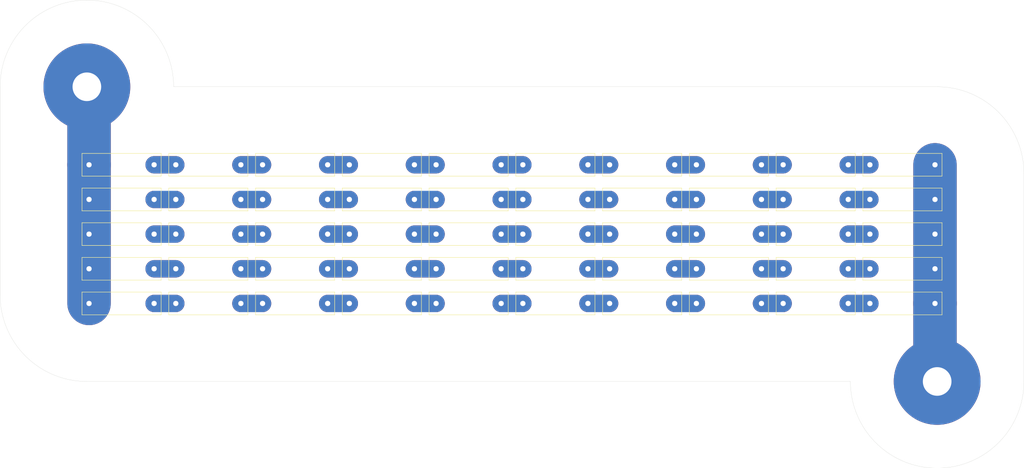
<source format=kicad_pcb>
(kicad_pcb (version 20241229) (generator "pcbnew") (generator_version "9.0")
  (layers (0 "F.Cu" signal) (2 "B.Cu" signal) (13 "F.Paste" user) (15 "B.Paste" user) (5 "F.SilkS" user "F.Silkscreen") (7 "B.SilkS" user "B.Silkscreen") (1 "F.Mask" user) (3 "B.Mask" user) (25 "Edge.Cuts" user))
  (net 0 "")
  (net 1 "Net-(C1-Pad2)")
  (net 2 "Net-(J1-Pin_1)")
  (net 3 "Net-(J3-Pin_1)")
  (net 4 "Net-(C2-Pad2)")
  (net 5 "Net-(C3-Pad2)")
  (net 6 "Net-(C4-Pad2)")
  (net 7 "Net-(C5-Pad2)")
  (net 8 "Net-(C6-Pad2)")
  (net 9 "Net-(C7-Pad2)")
  (net 10 "Net-(C8-Pad2)")
  (net 11 "Net-(C10-Pad1)")
  (net 12 "Net-(C11-Pad2)")
  (net 13 "Net-(C12-Pad2)")
  (net 14 "Net-(C13-Pad2)")
  (net 15 "Net-(C14-Pad2)")
  (net 16 "Net-(C15-Pad2)")
  (net 17 "Net-(C16-Pad2)")
  (net 18 "Net-(C17-Pad2)")
  (net 19 "Net-(C18-Pad2)")
  (net 20 "Net-(C19-Pad2)")
  (net 21 "Net-(C21-Pad2)")
  (net 22 "Net-(C22-Pad2)")
  (net 23 "Net-(C23-Pad2)")
  (net 24 "Net-(C24-Pad2)")
  (net 25 "Net-(C25-Pad2)")
  (net 26 "Net-(C26-Pad2)")
  (net 27 "Net-(C27-Pad2)")
  (net 28 "Net-(C28-Pad2)")
  (net 29 "Net-(C29-Pad2)")
  (net 30 "Net-(C31-Pad2)")
  (net 31 "Net-(C32-Pad2)")
  (net 32 "Net-(C33-Pad2)")
  (net 33 "Net-(C34-Pad2)")
  (net 34 "Net-(C35-Pad2)")
  (net 35 "Net-(C36-Pad2)")
  (net 36 "Net-(C37-Pad2)")
  (net 37 "Net-(C38-Pad2)")
  (net 38 "Net-(C39-Pad2)")
  (net 39 "Net-(C41-Pad2)")
  (net 40 "Net-(C42-Pad2)")
  (net 41 "Net-(C43-Pad2)")
  (net 42 "Net-(C44-Pad2)")
  (net 43 "Net-(C45-Pad2)")
  (net 44 "Net-(C46-Pad2)")
  (net 45 "Net-(C47-Pad2)")
  (net 46 "Net-(C48-Pad2)")
  (net 47 "Net-(C49-Pad2)")
  (footprint "MountingHole:MountingHole_5.3mm_M5" (layer "F.Cu") (at 169 32)
    (property "Reference" "H3" (hide yes))
    (property "Value" "MountingHole")
    (pad "" np_thru_hole circle (at 0 0) (size 5.3 5.3) (drill 5.3) (layers "*.Cu" "*.Mask"))
  )
  (footprint "Capacitor_THT:C_Rect_L18.0mm_W5.0mm_P15.00mm_FKS3_FKP3" (layer "F.Cu") (at 181.5 59)
    (property "Reference" "C30" (hide yes))
    (property "Value" "33n")
    (fp_line (start -1.62 -2.62) (end 16.62 -2.62) (stroke (width 0.12)) (layer "F.SilkS"))
    (fp_line (start -1.62 2.62) (end -1.62 -2.62) (stroke (width 0.12)) (layer "F.SilkS"))
    (fp_line (start 16.62 -2.62) (end 16.62 2.62) (stroke (width 0.12)) (layer "F.SilkS"))
    (fp_line (start 16.62 2.62) (end -1.62 2.62) (stroke (width 0.12)) (layer "F.SilkS"))
    (pad "1" thru_hole circle (at 0 0) (size 2.4 2.4) (drill 1.2) (layers "*.Cu" "*.Mask") (net 29 "Net-(C29-Pad2)"))
    (pad "2" thru_hole circle (at 15 0) (size 2.4 2.4) (drill 1.2) (layers "*.Cu" "*.Mask") (net 2 "Net-(J1-Pin_1)"))
  )
  (footprint "Capacitor_THT:C_Rect_L18.0mm_W5.0mm_P15.00mm_FKS3_FKP3" (layer "F.Cu") (at 1.5 43)
    (property "Reference" "C1" (hide yes))
    (property "Value" "33n")
    (fp_line (start -1.62 -2.62) (end 16.62 -2.62) (stroke (width 0.12)) (layer "F.SilkS"))
    (fp_line (start -1.62 2.62) (end -1.62 -2.62) (stroke (width 0.12)) (layer "F.SilkS"))
    (fp_line (start 16.62 -2.62) (end 16.62 2.62) (stroke (width 0.12)) (layer "F.SilkS"))
    (fp_line (start 16.62 2.62) (end -1.62 2.62) (stroke (width 0.12)) (layer "F.SilkS"))
    (pad "1" thru_hole circle (at 0 0) (size 2.4 2.4) (drill 1.2) (layers "*.Cu" "*.Mask") (net 3 "Net-(J3-Pin_1)"))
    (pad "2" thru_hole circle (at 15 0) (size 2.4 2.4) (drill 1.2) (layers "*.Cu" "*.Mask") (net 1 "Net-(C1-Pad2)"))
  )
  (footprint "Capacitor_THT:C_Rect_L18.0mm_W5.0mm_P15.00mm_FKS3_FKP3" (layer "F.Cu") (at 61.5 59)
    (property "Reference" "C24" (hide yes))
    (property "Value" "33n")
    (fp_line (start -1.62 -2.62) (end 16.62 -2.62) (stroke (width 0.12)) (layer "F.SilkS"))
    (fp_line (start -1.62 2.62) (end -1.62 -2.62) (stroke (width 0.12)) (layer "F.SilkS"))
    (fp_line (start 16.62 -2.62) (end 16.62 2.62) (stroke (width 0.12)) (layer "F.SilkS"))
    (fp_line (start 16.62 2.62) (end -1.62 2.62) (stroke (width 0.12)) (layer "F.SilkS"))
    (pad "1" thru_hole circle (at 0 0) (size 2.4 2.4) (drill 1.2) (layers "*.Cu" "*.Mask") (net 23 "Net-(C23-Pad2)"))
    (pad "2" thru_hole circle (at 15 0) (size 2.4 2.4) (drill 1.2) (layers "*.Cu" "*.Mask") (net 24 "Net-(C24-Pad2)"))
  )
  (footprint "Capacitor_THT:C_Rect_L18.0mm_W5.0mm_P15.00mm_FKS3_FKP3" (layer "F.Cu") (at 21.5 59)
    (property "Reference" "C22" (hide yes))
    (property "Value" "33n")
    (fp_line (start -1.62 -2.62) (end 16.62 -2.62) (stroke (width 0.12)) (layer "F.SilkS"))
    (fp_line (start -1.62 2.62) (end -1.62 -2.62) (stroke (width 0.12)) (layer "F.SilkS"))
    (fp_line (start 16.62 -2.62) (end 16.62 2.62) (stroke (width 0.12)) (layer "F.SilkS"))
    (fp_line (start 16.62 2.62) (end -1.62 2.62) (stroke (width 0.12)) (layer "F.SilkS"))
    (pad "1" thru_hole circle (at 0 0) (size 2.4 2.4) (drill 1.2) (layers "*.Cu" "*.Mask") (net 21 "Net-(C21-Pad2)"))
    (pad "2" thru_hole circle (at 15 0) (size 2.4 2.4) (drill 1.2) (layers "*.Cu" "*.Mask") (net 22 "Net-(C22-Pad2)"))
  )
  (footprint "Capacitor_THT:C_Rect_L18.0mm_W5.0mm_P15.00mm_FKS3_FKP3" (layer "F.Cu") (at 61.5 43)
    (property "Reference" "C4" (hide yes))
    (property "Value" "33n")
    (fp_line (start -1.62 -2.62) (end 16.62 -2.62) (stroke (width 0.12)) (layer "F.SilkS"))
    (fp_line (start -1.62 2.62) (end -1.62 -2.62) (stroke (width 0.12)) (layer "F.SilkS"))
    (fp_line (start 16.62 -2.62) (end 16.62 2.62) (stroke (width 0.12)) (layer "F.SilkS"))
    (fp_line (start 16.62 2.62) (end -1.62 2.62) (stroke (width 0.12)) (layer "F.SilkS"))
    (pad "1" thru_hole circle (at 0 0) (size 2.4 2.4) (drill 1.2) (layers "*.Cu" "*.Mask") (net 5 "Net-(C3-Pad2)"))
    (pad "2" thru_hole circle (at 15 0) (size 2.4 2.4) (drill 1.2) (layers "*.Cu" "*.Mask") (net 6 "Net-(C4-Pad2)"))
  )
  (footprint "Capacitor_THT:C_Rect_L18.0mm_W5.0mm_P15.00mm_FKS3_FKP3" (layer "F.Cu") (at 161.5 59)
    (property "Reference" "C29" (hide yes))
    (property "Value" "33n")
    (fp_line (start -1.62 -2.62) (end 16.62 -2.62) (stroke (width 0.12)) (layer "F.SilkS"))
    (fp_line (start -1.62 2.62) (end -1.62 -2.62) (stroke (width 0.12)) (layer "F.SilkS"))
    (fp_line (start 16.62 -2.62) (end 16.62 2.62) (stroke (width 0.12)) (layer "F.SilkS"))
    (fp_line (start 16.62 2.62) (end -1.62 2.62) (stroke (width 0.12)) (layer "F.SilkS"))
    (pad "1" thru_hole circle (at 0 0) (size 2.4 2.4) (drill 1.2) (layers "*.Cu" "*.Mask") (net 28 "Net-(C28-Pad2)"))
    (pad "2" thru_hole circle (at 15 0) (size 2.4 2.4) (drill 1.2) (layers "*.Cu" "*.Mask") (net 29 "Net-(C29-Pad2)"))
  )
  (footprint "Capacitor_THT:C_Rect_L18.0mm_W5.0mm_P15.00mm_FKS3_FKP3" (layer "F.Cu") (at 81.5 59)
    (property "Reference" "C25" (hide yes))
    (property "Value" "33n")
    (fp_line (start -1.62 -2.62) (end 16.62 -2.62) (stroke (width 0.12)) (layer "F.SilkS"))
    (fp_line (start -1.62 2.62) (end -1.62 -2.62) (stroke (width 0.12)) (layer "F.SilkS"))
    (fp_line (start 16.62 -2.62) (end 16.62 2.62) (stroke (width 0.12)) (layer "F.SilkS"))
    (fp_line (start 16.62 2.62) (end -1.62 2.62) (stroke (width 0.12)) (layer "F.SilkS"))
    (pad "1" thru_hole circle (at 0 0) (size 2.4 2.4) (drill 1.2) (layers "*.Cu" "*.Mask") (net 24 "Net-(C24-Pad2)"))
    (pad "2" thru_hole circle (at 15 0) (size 2.4 2.4) (drill 1.2) (layers "*.Cu" "*.Mask") (net 25 "Net-(C25-Pad2)"))
  )
  (footprint "Capacitor_THT:C_Rect_L18.0mm_W5.0mm_P15.00mm_FKS3_FKP3" (layer "F.Cu") (at 21.5 43)
    (property "Reference" "C2" (hide yes))
    (property "Value" "33n")
    (fp_line (start -1.62 -2.62) (end 16.62 -2.62) (stroke (width 0.12)) (layer "F.SilkS"))
    (fp_line (start -1.62 2.62) (end -1.62 -2.62) (stroke (width 0.12)) (layer "F.SilkS"))
    (fp_line (start 16.62 -2.62) (end 16.62 2.62) (stroke (width 0.12)) (layer "F.SilkS"))
    (fp_line (start 16.62 2.62) (end -1.62 2.62) (stroke (width 0.12)) (layer "F.SilkS"))
    (pad "1" thru_hole circle (at 0 0) (size 2.4 2.4) (drill 1.2) (layers "*.Cu" "*.Mask") (net 1 "Net-(C1-Pad2)"))
    (pad "2" thru_hole circle (at 15 0) (size 2.4 2.4) (drill 1.2) (layers "*.Cu" "*.Mask") (net 4 "Net-(C2-Pad2)"))
  )
  (footprint "Capacitor_THT:C_Rect_L18.0mm_W5.0mm_P15.00mm_FKS3_FKP3" (layer "F.Cu") (at 41.5 51)
    (property "Reference" "C13" (hide yes))
    (property "Value" "33n")
    (fp_line (start -1.62 -2.62) (end 16.62 -2.62) (stroke (width 0.12)) (layer "F.SilkS"))
    (fp_line (start -1.62 2.62) (end -1.62 -2.62) (stroke (width 0.12)) (layer "F.SilkS"))
    (fp_line (start 16.62 -2.62) (end 16.62 2.62) (stroke (width 0.12)) (layer "F.SilkS"))
    (fp_line (start 16.62 2.62) (end -1.62 2.62) (stroke (width 0.12)) (layer "F.SilkS"))
    (pad "1" thru_hole circle (at 0 0) (size 2.4 2.4) (drill 1.2) (layers "*.Cu" "*.Mask") (net 13 "Net-(C12-Pad2)"))
    (pad "2" thru_hole circle (at 15 0) (size 2.4 2.4) (drill 1.2) (layers "*.Cu" "*.Mask") (net 14 "Net-(C13-Pad2)"))
  )
  (footprint "Capacitor_THT:C_Rect_L18.0mm_W5.0mm_P15.00mm_FKS3_FKP3" (layer "F.Cu") (at 101.5 75)
    (property "Reference" "C46" (hide yes))
    (property "Value" "33n")
    (fp_line (start -1.62 -2.62) (end 16.62 -2.62) (stroke (width 0.12)) (layer "F.SilkS"))
    (fp_line (start -1.62 2.62) (end -1.62 -2.62) (stroke (width 0.12)) (layer "F.SilkS"))
    (fp_line (start 16.62 -2.62) (end 16.62 2.62) (stroke (width 0.12)) (layer "F.SilkS"))
    (fp_line (start 16.62 2.62) (end -1.62 2.62) (stroke (width 0.12)) (layer "F.SilkS"))
    (pad "1" thru_hole circle (at 0 0) (size 2.4 2.4) (drill 1.2) (layers "*.Cu" "*.Mask") (net 43 "Net-(C45-Pad2)"))
    (pad "2" thru_hole circle (at 15 0) (size 2.4 2.4) (drill 1.2) (layers "*.Cu" "*.Mask") (net 44 "Net-(C46-Pad2)"))
  )
  (footprint "Capacitor_THT:C_Rect_L18.0mm_W5.0mm_P15.00mm_FKS3_FKP3" (layer "F.Cu") (at 181.5 75)
    (property "Reference" "C50" (hide yes))
    (property "Value" "33n")
    (fp_line (start -1.62 -2.62) (end 16.62 -2.62) (stroke (width 0.12)) (layer "F.SilkS"))
    (fp_line (start -1.62 2.62) (end -1.62 -2.62) (stroke (width 0.12)) (layer "F.SilkS"))
    (fp_line (start 16.62 -2.62) (end 16.62 2.62) (stroke (width 0.12)) (layer "F.SilkS"))
    (fp_line (start 16.62 2.62) (end -1.62 2.62) (stroke (width 0.12)) (layer "F.SilkS"))
    (pad "1" thru_hole circle (at 0 0) (size 2.4 2.4) (drill 1.2) (layers "*.Cu" "*.Mask") (net 47 "Net-(C49-Pad2)"))
    (pad "2" thru_hole circle (at 15 0) (size 2.4 2.4) (drill 1.2) (layers "*.Cu" "*.Mask") (net 2 "Net-(J1-Pin_1)"))
  )
  (footprint "Project:M6 Lug" (layer "F.Cu") (at 1 25)
    (property "Reference" "J3" (hide yes))
    (property "Value" "Conn_01x01")
    (pad "1" thru_hole circle (at 0 0) (size 20 20) (drill 6.6) (layers "*.Cu" "*.Mask") (net 3 "Net-(J3-Pin_1)"))
  )
  (footprint "Capacitor_THT:C_Rect_L18.0mm_W5.0mm_P15.00mm_FKS3_FKP3" (layer "F.Cu") (at 41.5 59)
    (property "Reference" "C23" (hide yes))
    (property "Value" "33n")
    (fp_line (start -1.62 -2.62) (end 16.62 -2.62) (stroke (width 0.12)) (layer "F.SilkS"))
    (fp_line (start -1.62 2.62) (end -1.62 -2.62) (stroke (width 0.12)) (layer "F.SilkS"))
    (fp_line (start 16.62 -2.62) (end 16.62 2.62) (stroke (width 0.12)) (layer "F.SilkS"))
    (fp_line (start 16.62 2.62) (end -1.62 2.62) (stroke (width 0.12)) (layer "F.SilkS"))
    (pad "1" thru_hole circle (at 0 0) (size 2.4 2.4) (drill 1.2) (layers "*.Cu" "*.Mask") (net 22 "Net-(C22-Pad2)"))
    (pad "2" thru_hole circle (at 15 0) (size 2.4 2.4) (drill 1.2) (layers "*.Cu" "*.Mask") (net 23 "Net-(C23-Pad2)"))
  )
  (footprint "Capacitor_THT:C_Rect_L18.0mm_W5.0mm_P15.00mm_FKS3_FKP3" (layer "F.Cu") (at 161.5 43)
    (property "Reference" "C9" (hide yes))
    (property "Value" "33n")
    (fp_line (start -1.62 -2.62) (end 16.62 -2.62) (stroke (width 0.12)) (layer "F.SilkS"))
    (fp_line (start -1.62 2.62) (end -1.62 -2.62) (stroke (width 0.12)) (layer "F.SilkS"))
    (fp_line (start 16.62 -2.62) (end 16.62 2.62) (stroke (width 0.12)) (layer "F.SilkS"))
    (fp_line (start 16.62 2.62) (end -1.62 2.62) (stroke (width 0.12)) (layer "F.SilkS"))
    (pad "1" thru_hole circle (at 0 0) (size 2.4 2.4) (drill 1.2) (layers "*.Cu" "*.Mask") (net 10 "Net-(C8-Pad2)"))
    (pad "2" thru_hole circle (at 15 0) (size 2.4 2.4) (drill 1.2) (layers "*.Cu" "*.Mask") (net 11 "Net-(C10-Pad1)"))
  )
  (footprint "MountingHole:MountingHole_5.3mm_M5" (layer "F.Cu") (at 29 86)
    (property "Reference" "H2" (hide yes))
    (property "Value" "MountingHole")
    (pad "" np_thru_hole circle (at 0 0) (size 5.3 5.3) (drill 5.3) (layers "*.Cu" "*.Mask"))
  )
  (footprint "Capacitor_THT:C_Rect_L18.0mm_W5.0mm_P15.00mm_FKS3_FKP3" (layer "F.Cu") (at 141.5 59)
    (property "Reference" "C28" (hide yes))
    (property "Value" "33n")
    (fp_line (start -1.62 -2.62) (end 16.62 -2.62) (stroke (width 0.12)) (layer "F.SilkS"))
    (fp_line (start -1.62 2.62) (end -1.62 -2.62) (stroke (width 0.12)) (layer "F.SilkS"))
    (fp_line (start 16.62 -2.62) (end 16.62 2.62) (stroke (width 0.12)) (layer "F.SilkS"))
    (fp_line (start 16.62 2.62) (end -1.62 2.62) (stroke (width 0.12)) (layer "F.SilkS"))
    (pad "1" thru_hole circle (at 0 0) (size 2.4 2.4) (drill 1.2) (layers "*.Cu" "*.Mask") (net 27 "Net-(C27-Pad2)"))
    (pad "2" thru_hole circle (at 15 0) (size 2.4 2.4) (drill 1.2) (layers "*.Cu" "*.Mask") (net 28 "Net-(C28-Pad2)"))
  )
  (footprint "Capacitor_THT:C_Rect_L18.0mm_W5.0mm_P15.00mm_FKS3_FKP3" (layer "F.Cu") (at 1.5 51)
    (property "Reference" "C11" (hide yes))
    (property "Value" "33n")
    (fp_line (start -1.62 -2.62) (end 16.62 -2.62) (stroke (width 0.12)) (layer "F.SilkS"))
    (fp_line (start -1.62 2.62) (end -1.62 -2.62) (stroke (width 0.12)) (layer "F.SilkS"))
    (fp_line (start 16.62 -2.62) (end 16.62 2.62) (stroke (width 0.12)) (layer "F.SilkS"))
    (fp_line (start 16.62 2.62) (end -1.62 2.62) (stroke (width 0.12)) (layer "F.SilkS"))
    (pad "1" thru_hole circle (at 0 0) (size 2.4 2.4) (drill 1.2) (layers "*.Cu" "*.Mask") (net 3 "Net-(J3-Pin_1)"))
    (pad "2" thru_hole circle (at 15 0) (size 2.4 2.4) (drill 1.2) (layers "*.Cu" "*.Mask") (net 12 "Net-(C11-Pad2)"))
  )
  (footprint "Capacitor_THT:C_Rect_L18.0mm_W5.0mm_P15.00mm_FKS3_FKP3" (layer "F.Cu") (at 61.5 67)
    (property "Reference" "C34" (hide yes))
    (property "Value" "33n")
    (fp_line (start -1.62 -2.62) (end 16.62 -2.62) (stroke (width 0.12)) (layer "F.SilkS"))
    (fp_line (start -1.62 2.62) (end -1.62 -2.62) (stroke (width 0.12)) (layer "F.SilkS"))
    (fp_line (start 16.62 -2.62) (end 16.62 2.62) (stroke (width 0.12)) (layer "F.SilkS"))
    (fp_line (start 16.62 2.62) (end -1.62 2.62) (stroke (width 0.12)) (layer "F.SilkS"))
    (pad "1" thru_hole circle (at 0 0) (size 2.4 2.4) (drill 1.2) (layers "*.Cu" "*.Mask") (net 32 "Net-(C33-Pad2)"))
    (pad "2" thru_hole circle (at 15 0) (size 2.4 2.4) (drill 1.2) (layers "*.Cu" "*.Mask") (net 33 "Net-(C34-Pad2)"))
  )
  (footprint "Capacitor_THT:C_Rect_L18.0mm_W5.0mm_P15.00mm_FKS3_FKP3" (layer "F.Cu") (at 1.5 75)
    (property "Reference" "C41" (hide yes))
    (property "Value" "33n")
    (fp_line (start -1.62 -2.62) (end 16.62 -2.62) (stroke (width 0.12)) (layer "F.SilkS"))
    (fp_line (start -1.62 2.62) (end -1.62 -2.62) (stroke (width 0.12)) (layer "F.SilkS"))
    (fp_line (start 16.62 -2.62) (end 16.62 2.62) (stroke (width 0.12)) (layer "F.SilkS"))
    (fp_line (start 16.62 2.62) (end -1.62 2.62) (stroke (width 0.12)) (layer "F.SilkS"))
    (pad "1" thru_hole circle (at 0 0) (size 2.4 2.4) (drill 1.2) (layers "*.Cu" "*.Mask") (net 3 "Net-(J3-Pin_1)"))
    (pad "2" thru_hole circle (at 15 0) (size 2.4 2.4) (drill 1.2) (layers "*.Cu" "*.Mask") (net 39 "Net-(C41-Pad2)"))
  )
  (footprint "MountingHole:MountingHole_5.3mm_M5" (layer "F.Cu") (at 169 86)
    (property "Reference" "H4" (hide yes))
    (property "Value" "MountingHole")
    (pad "" np_thru_hole circle (at 0 0) (size 5.3 5.3) (drill 5.3) (layers "*.Cu" "*.Mask"))
  )
  (footprint "Capacitor_THT:C_Rect_L18.0mm_W5.0mm_P15.00mm_FKS3_FKP3" (layer "F.Cu") (at 41.5 67)
    (property "Reference" "C33" (hide yes))
    (property "Value" "33n")
    (fp_line (start -1.62 -2.62) (end 16.62 -2.62) (stroke (width 0.12)) (layer "F.SilkS"))
    (fp_line (start -1.62 2.62) (end -1.62 -2.62) (stroke (width 0.12)) (layer "F.SilkS"))
    (fp_line (start 16.62 -2.62) (end 16.62 2.62) (stroke (width 0.12)) (layer "F.SilkS"))
    (fp_line (start 16.62 2.62) (end -1.62 2.62) (stroke (width 0.12)) (layer "F.SilkS"))
    (pad "1" thru_hole circle (at 0 0) (size 2.4 2.4) (drill 1.2) (layers "*.Cu" "*.Mask") (net 31 "Net-(C32-Pad2)"))
    (pad "2" thru_hole circle (at 15 0) (size 2.4 2.4) (drill 1.2) (layers "*.Cu" "*.Mask") (net 32 "Net-(C33-Pad2)"))
  )
  (footprint "Capacitor_THT:C_Rect_L18.0mm_W5.0mm_P15.00mm_FKS3_FKP3" (layer "F.Cu") (at 1.5 59)
    (property "Reference" "C21" (hide yes))
    (property "Value" "33n")
    (fp_line (start -1.62 -2.62) (end 16.62 -2.62) (stroke (width 0.12)) (layer "F.SilkS"))
    (fp_line (start -1.62 2.62) (end -1.62 -2.62) (stroke (width 0.12)) (layer "F.SilkS"))
    (fp_line (start 16.62 -2.62) (end 16.62 2.62) (stroke (width 0.12)) (layer "F.SilkS"))
    (fp_line (start 16.62 2.62) (end -1.62 2.62) (stroke (width 0.12)) (layer "F.SilkS"))
    (pad "1" thru_hole circle (at 0 0) (size 2.4 2.4) (drill 1.2) (layers "*.Cu" "*.Mask") (net 3 "Net-(J3-Pin_1)"))
    (pad "2" thru_hole circle (at 15 0) (size 2.4 2.4) (drill 1.2) (layers "*.Cu" "*.Mask") (net 21 "Net-(C21-Pad2)"))
  )
  (footprint "Capacitor_THT:C_Rect_L18.0mm_W5.0mm_P15.00mm_FKS3_FKP3" (layer "F.Cu") (at 21.5 51)
    (property "Reference" "C12" (hide yes))
    (property "Value" "33n")
    (fp_line (start -1.62 -2.62) (end 16.62 -2.62) (stroke (width 0.12)) (layer "F.SilkS"))
    (fp_line (start -1.62 2.62) (end -1.62 -2.62) (stroke (width 0.12)) (layer "F.SilkS"))
    (fp_line (start 16.62 -2.62) (end 16.62 2.62) (stroke (width 0.12)) (layer "F.SilkS"))
    (fp_line (start 16.62 2.62) (end -1.62 2.62) (stroke (width 0.12)) (layer "F.SilkS"))
    (pad "1" thru_hole circle (at 0 0) (size 2.4 2.4) (drill 1.2) (layers "*.Cu" "*.Mask") (net 12 "Net-(C11-Pad2)"))
    (pad "2" thru_hole circle (at 15 0) (size 2.4 2.4) (drill 1.2) (layers "*.Cu" "*.Mask") (net 13 "Net-(C12-Pad2)"))
  )
  (footprint "Capacitor_THT:C_Rect_L18.0mm_W5.0mm_P15.00mm_FKS3_FKP3" (layer "F.Cu") (at 101.5 51)
    (property "Reference" "C16" (hide yes))
    (property "Value" "33n")
    (fp_line (start -1.62 -2.62) (end 16.62 -2.62) (stroke (width 0.12)) (layer "F.SilkS"))
    (fp_line (start -1.62 2.62) (end -1.62 -2.62) (stroke (width 0.12)) (layer "F.SilkS"))
    (fp_line (start 16.62 -2.62) (end 16.62 2.62) (stroke (width 0.12)) (layer "F.SilkS"))
    (fp_line (start 16.62 2.62) (end -1.62 2.62) (stroke (width 0.12)) (layer "F.SilkS"))
    (pad "1" thru_hole circle (at 0 0) (size 2.4 2.4) (drill 1.2) (layers "*.Cu" "*.Mask") (net 16 "Net-(C15-Pad2)"))
    (pad "2" thru_hole circle (at 15 0) (size 2.4 2.4) (drill 1.2) (layers "*.Cu" "*.Mask") (net 17 "Net-(C16-Pad2)"))
  )
  (footprint "Capacitor_THT:C_Rect_L18.0mm_W5.0mm_P15.00mm_FKS3_FKP3" (layer "F.Cu") (at 61.5 51)
    (property "Reference" "C14" (hide yes))
    (property "Value" "33n")
    (fp_line (start -1.62 -2.62) (end 16.62 -2.62) (stroke (width 0.12)) (layer "F.SilkS"))
    (fp_line (start -1.62 2.62) (end -1.62 -2.62) (stroke (width 0.12)) (layer "F.SilkS"))
    (fp_line (start 16.62 -2.62) (end 16.62 2.62) (stroke (width 0.12)) (layer "F.SilkS"))
    (fp_line (start 16.62 2.62) (end -1.62 2.62) (stroke (width 0.12)) (layer "F.SilkS"))
    (pad "1" thru_hole circle (at 0 0) (size 2.4 2.4) (drill 1.2) (layers "*.Cu" "*.Mask") (net 14 "Net-(C13-Pad2)"))
    (pad "2" thru_hole circle (at 15 0) (size 2.4 2.4) (drill 1.2) (layers "*.Cu" "*.Mask") (net 15 "Net-(C14-Pad2)"))
  )
  (footprint "Capacitor_THT:C_Rect_L18.0mm_W5.0mm_P15.00mm_FKS3_FKP3" (layer "F.Cu") (at 121.5 43)
    (property "Reference" "C7" (hide yes))
    (property "Value" "33n")
    (fp_line (start -1.62 -2.62) (end 16.62 -2.62) (stroke (width 0.12)) (layer "F.SilkS"))
    (fp_line (start -1.62 2.62) (end -1.62 -2.62) (stroke (width 0.12)) (layer "F.SilkS"))
    (fp_line (start 16.62 -2.62) (end 16.62 2.62) (stroke (width 0.12)) (layer "F.SilkS"))
    (fp_line (start 16.62 2.62) (end -1.62 2.62) (stroke (width 0.12)) (layer "F.SilkS"))
    (pad "1" thru_hole circle (at 0 0) (size 2.4 2.4) (drill 1.2) (layers "*.Cu" "*.Mask") (net 8 "Net-(C6-Pad2)"))
    (pad "2" thru_hole circle (at 15 0) (size 2.4 2.4) (drill 1.2) (layers "*.Cu" "*.Mask") (net 9 "Net-(C7-Pad2)"))
  )
  (footprint "Capacitor_THT:C_Rect_L18.0mm_W5.0mm_P15.00mm_FKS3_FKP3" (layer "F.Cu") (at 21.5 67)
    (property "Reference" "C32" (hide yes))
    (property "Value" "33n")
    (fp_line (start -1.62 -2.62) (end 16.62 -2.62) (stroke (width 0.12)) (layer "F.SilkS"))
    (fp_line (start -1.62 2.62) (end -1.62 -2.62) (stroke (width 0.12)) (layer "F.SilkS"))
    (fp_line (start 16.62 -2.62) (end 16.62 2.62) (stroke (width 0.12)) (layer "F.SilkS"))
    (fp_line (start 16.62 2.62) (end -1.62 2.62) (stroke (width 0.12)) (layer "F.SilkS"))
    (pad "1" thru_hole circle (at 0 0) (size 2.4 2.4) (drill 1.2) (layers "*.Cu" "*.Mask") (net 30 "Net-(C31-Pad2)"))
    (pad "2" thru_hole circle (at 15 0) (size 2.4 2.4) (drill 1.2) (layers "*.Cu" "*.Mask") (net 31 "Net-(C32-Pad2)"))
  )
  (footprint "Capacitor_THT:C_Rect_L18.0mm_W5.0mm_P15.00mm_FKS3_FKP3" (layer "F.Cu") (at 101.5 43)
    (property "Reference" "C6" (hide yes))
    (property "Value" "33n")
    (fp_line (start -1.62 -2.62) (end 16.62 -2.62) (stroke (width 0.12)) (layer "F.SilkS"))
    (fp_line (start -1.62 2.62) (end -1.62 -2.62) (stroke (width 0.12)) (layer "F.SilkS"))
    (fp_line (start 16.62 -2.62) (end 16.62 2.62) (stroke (width 0.12)) (layer "F.SilkS"))
    (fp_line (start 16.62 2.62) (end -1.62 2.62) (stroke (width 0.12)) (layer "F.SilkS"))
    (pad "1" thru_hole circle (at 0 0) (size 2.4 2.4) (drill 1.2) (layers "*.Cu" "*.Mask") (net 7 "Net-(C5-Pad2)"))
    (pad "2" thru_hole circle (at 15 0) (size 2.4 2.4) (drill 1.2) (layers "*.Cu" "*.Mask") (net 8 "Net-(C6-Pad2)"))
  )
  (footprint "Capacitor_THT:C_Rect_L18.0mm_W5.0mm_P15.00mm_FKS3_FKP3" (layer "F.Cu") (at 61.5 75)
    (property "Reference" "C44" (hide yes))
    (property "Value" "33n")
    (fp_line (start -1.62 -2.62) (end 16.62 -2.62) (stroke (width 0.12)) (layer "F.SilkS"))
    (fp_line (start -1.62 2.62) (end -1.62 -2.62) (stroke (width 0.12)) (layer "F.SilkS"))
    (fp_line (start 16.62 -2.62) (end 16.62 2.62) (stroke (width 0.12)) (layer "F.SilkS"))
    (fp_line (start 16.62 2.62) (end -1.62 2.62) (stroke (width 0.12)) (layer "F.SilkS"))
    (pad "1" thru_hole circle (at 0 0) (size 2.4 2.4) (drill 1.2) (layers "*.Cu" "*.Mask") (net 41 "Net-(C43-Pad2)"))
    (pad "2" thru_hole circle (at 15 0) (size 2.4 2.4) (drill 1.2) (layers "*.Cu" "*.Mask") (net 42 "Net-(C44-Pad2)"))
  )
  (footprint "Capacitor_THT:C_Rect_L18.0mm_W5.0mm_P15.00mm_FKS3_FKP3" (layer "F.Cu") (at 181.5 43)
    (property "Reference" "C10" (hide yes))
    (property "Value" "33n")
    (fp_line (start -1.62 -2.62) (end 16.62 -2.62) (stroke (width 0.12)) (layer "F.SilkS"))
    (fp_line (start -1.62 2.62) (end -1.62 -2.62) (stroke (width 0.12)) (layer "F.SilkS"))
    (fp_line (start 16.62 -2.62) (end 16.62 2.62) (stroke (width 0.12)) (layer "F.SilkS"))
    (fp_line (start 16.62 2.62) (end -1.62 2.62) (stroke (width 0.12)) (layer "F.SilkS"))
    (pad "1" thru_hole circle (at 0 0) (size 2.4 2.4) (drill 1.2) (layers "*.Cu" "*.Mask") (net 11 "Net-(C10-Pad1)"))
    (pad "2" thru_hole circle (at 15 0) (size 2.4 2.4) (drill 1.2) (layers "*.Cu" "*.Mask") (net 2 "Net-(J1-Pin_1)"))
  )
  (footprint "Capacitor_THT:C_Rect_L18.0mm_W5.0mm_P15.00mm_FKS3_FKP3" (layer "F.Cu") (at 121.5 75)
    (property "Reference" "C47" (hide yes))
    (property "Value" "33n")
    (fp_line (start -1.62 -2.62) (end 16.62 -2.62) (stroke (width 0.12)) (layer "F.SilkS"))
    (fp_line (start -1.62 2.62) (end -1.62 -2.62) (stroke (width 0.12)) (layer "F.SilkS"))
    (fp_line (start 16.62 -2.62) (end 16.62 2.62) (stroke (width 0.12)) (layer "F.SilkS"))
    (fp_line (start 16.62 2.62) (end -1.62 2.62) (stroke (width 0.12)) (layer "F.SilkS"))
    (pad "1" thru_hole circle (at 0 0) (size 2.4 2.4) (drill 1.2) (layers "*.Cu" "*.Mask") (net 44 "Net-(C46-Pad2)"))
    (pad "2" thru_hole circle (at 15 0) (size 2.4 2.4) (drill 1.2) (layers "*.Cu" "*.Mask") (net 45 "Net-(C47-Pad2)"))
  )
  (footprint "Project:M6 Lug" (layer "F.Cu") (at 197 93)
    (property "Reference" "J1" (hide yes))
    (property "Value" "Conn_01x01")
    (pad "1" thru_hole circle (at 0 0) (size 20 20) (drill 6.6) (layers "*.Cu" "*.Mask") (net 2 "Net-(J1-Pin_1)"))
  )
  (footprint "Capacitor_THT:C_Rect_L18.0mm_W5.0mm_P15.00mm_FKS3_FKP3" (layer "F.Cu") (at 141.5 51)
    (property "Reference" "C18" (hide yes))
    (property "Value" "33n")
    (fp_line (start -1.62 -2.62) (end 16.62 -2.62) (stroke (width 0.12)) (layer "F.SilkS"))
    (fp_line (start -1.62 2.62) (end -1.62 -2.62) (stroke (width 0.12)) (layer "F.SilkS"))
    (fp_line (start 16.62 -2.62) (end 16.62 2.62) (stroke (width 0.12)) (layer "F.SilkS"))
    (fp_line (start 16.62 2.62) (end -1.62 2.62) (stroke (width 0.12)) (layer "F.SilkS"))
    (pad "1" thru_hole circle (at 0 0) (size 2.4 2.4) (drill 1.2) (layers "*.Cu" "*.Mask") (net 18 "Net-(C17-Pad2)"))
    (pad "2" thru_hole circle (at 15 0) (size 2.4 2.4) (drill 1.2) (layers "*.Cu" "*.Mask") (net 19 "Net-(C18-Pad2)"))
  )
  (footprint "Capacitor_THT:C_Rect_L18.0mm_W5.0mm_P15.00mm_FKS3_FKP3" (layer "F.Cu") (at 81.5 67)
    (property "Reference" "C35" (hide yes))
    (property "Value" "33n")
    (fp_line (start -1.62 -2.62) (end 16.62 -2.62) (stroke (width 0.12)) (layer "F.SilkS"))
    (fp_line (start -1.62 2.62) (end -1.62 -2.62) (stroke (width 0.12)) (layer "F.SilkS"))
    (fp_line (start 16.62 -2.62) (end 16.62 2.62) (stroke (width 0.12)) (layer "F.SilkS"))
    (fp_line (start 16.62 2.62) (end -1.62 2.62) (stroke (width 0.12)) (layer "F.SilkS"))
    (pad "1" thru_hole circle (at 0 0) (size 2.4 2.4) (drill 1.2) (layers "*.Cu" "*.Mask") (net 33 "Net-(C34-Pad2)"))
    (pad "2" thru_hole circle (at 15 0) (size 2.4 2.4) (drill 1.2) (layers "*.Cu" "*.Mask") (net 34 "Net-(C35-Pad2)"))
  )
  (footprint "Capacitor_THT:C_Rect_L18.0mm_W5.0mm_P15.00mm_FKS3_FKP3" (layer "F.Cu") (at 141.5 75)
    (property "Reference" "C48" (hide yes))
    (property "Value" "33n")
    (fp_line (start -1.62 -2.62) (end 16.62 -2.62) (stroke (width 0.12)) (layer "F.SilkS"))
    (fp_line (start -1.62 2.62) (end -1.62 -2.62) (stroke (width 0.12)) (layer "F.SilkS"))
    (fp_line (start 16.62 -2.62) (end 16.62 2.62) (stroke (width 0.12)) (layer "F.SilkS"))
    (fp_line (start 16.62 2.62) (end -1.62 2.62) (stroke (width 0.12)) (layer "F.SilkS"))
    (pad "1" thru_hole circle (at 0 0) (size 2.4 2.4) (drill 1.2) (layers "*.Cu" "*.Mask") (net 45 "Net-(C47-Pad2)"))
    (pad "2" thru_hole circle (at 15 0) (size 2.4 2.4) (drill 1.2) (layers "*.Cu" "*.Mask") (net 46 "Net-(C48-Pad2)"))
  )
  (footprint "Capacitor_THT:C_Rect_L18.0mm_W5.0mm_P15.00mm_FKS3_FKP3" (layer "F.Cu") (at 81.5 75)
    (property "Reference" "C45" (hide yes))
    (property "Value" "33n")
    (fp_line (start -1.62 -2.62) (end 16.62 -2.62) (stroke (width 0.12)) (layer "F.SilkS"))
    (fp_line (start -1.62 2.62) (end -1.62 -2.62) (stroke (width 0.12)) (layer "F.SilkS"))
    (fp_line (start 16.62 -2.62) (end 16.62 2.62) (stroke (width 0.12)) (layer "F.SilkS"))
    (fp_line (start 16.62 2.62) (end -1.62 2.62) (stroke (width 0.12)) (layer "F.SilkS"))
    (pad "1" thru_hole circle (at 0 0) (size 2.4 2.4) (drill 1.2) (layers "*.Cu" "*.Mask") (net 42 "Net-(C44-Pad2)"))
    (pad "2" thru_hole circle (at 15 0) (size 2.4 2.4) (drill 1.2) (layers "*.Cu" "*.Mask") (net 43 "Net-(C45-Pad2)"))
  )
  (footprint "Capacitor_THT:C_Rect_L18.0mm_W5.0mm_P15.00mm_FKS3_FKP3" (layer "F.Cu") (at 121.5 67)
    (property "Reference" "C37" (hide yes))
    (property "Value" "33n")
    (fp_line (start -1.62 -2.62) (end 16.62 -2.62) (stroke (width 0.12)) (layer "F.SilkS"))
    (fp_line (start -1.62 2.62) (end -1.62 -2.62) (stroke (width 0.12)) (layer "F.SilkS"))
    (fp_line (start 16.62 -2.62) (end 16.62 2.62) (stroke (width 0.12)) (layer "F.SilkS"))
    (fp_line (start 16.62 2.62) (end -1.62 2.62) (stroke (width 0.12)) (layer "F.SilkS"))
    (pad "1" thru_hole circle (at 0 0) (size 2.4 2.4) (drill 1.2) (layers "*.Cu" "*.Mask") (net 35 "Net-(C36-Pad2)"))
    (pad "2" thru_hole circle (at 15 0) (size 2.4 2.4) (drill 1.2) (layers "*.Cu" "*.Mask") (net 36 "Net-(C37-Pad2)"))
  )
  (footprint "Capacitor_THT:C_Rect_L18.0mm_W5.0mm_P15.00mm_FKS3_FKP3" (layer "F.Cu") (at 41.5 75)
    (property "Reference" "C43" (hide yes))
    (property "Value" "33n")
    (fp_line (start -1.62 -2.62) (end 16.62 -2.62) (stroke (width 0.12)) (layer "F.SilkS"))
    (fp_line (start -1.62 2.62) (end -1.62 -2.62) (stroke (width 0.12)) (layer "F.SilkS"))
    (fp_line (start 16.62 -2.62) (end 16.62 2.62) (stroke (width 0.12)) (layer "F.SilkS"))
    (fp_line (start 16.62 2.62) (end -1.62 2.62) (stroke (width 0.12)) (layer "F.SilkS"))
    (pad "1" thru_hole circle (at 0 0) (size 2.4 2.4) (drill 1.2) (layers "*.Cu" "*.Mask") (net 40 "Net-(C42-Pad2)"))
    (pad "2" thru_hole circle (at 15 0) (size 2.4 2.4) (drill 1.2) (layers "*.Cu" "*.Mask") (net 41 "Net-(C43-Pad2)"))
  )
  (footprint "Capacitor_THT:C_Rect_L18.0mm_W5.0mm_P15.00mm_FKS3_FKP3" (layer "F.Cu") (at 161.5 51)
    (property "Reference" "C19" (hide yes))
    (property "Value" "33n")
    (fp_line (start -1.62 -2.62) (end 16.62 -2.62) (stroke (width 0.12)) (layer "F.SilkS"))
    (fp_line (start -1.62 2.62) (end -1.62 -2.62) (stroke (width 0.12)) (layer "F.SilkS"))
    (fp_line (start 16.62 -2.62) (end 16.62 2.62) (stroke (width 0.12)) (layer "F.SilkS"))
    (fp_line (start 16.62 2.62) (end -1.62 2.62) (stroke (width 0.12)) (layer "F.SilkS"))
    (pad "1" thru_hole circle (at 0 0) (size 2.4 2.4) (drill 1.2) (layers "*.Cu" "*.Mask") (net 19 "Net-(C18-Pad2)"))
    (pad "2" thru_hole circle (at 15 0) (size 2.4 2.4) (drill 1.2) (layers "*.Cu" "*.Mask") (net 20 "Net-(C19-Pad2)"))
  )
  (footprint "Capacitor_THT:C_Rect_L18.0mm_W5.0mm_P15.00mm_FKS3_FKP3" (layer "F.Cu") (at 21.5 75)
    (property "Reference" "C42" (hide yes))
    (property "Value" "33n")
    (fp_line (start -1.62 -2.62) (end 16.62 -2.62) (stroke (width 0.12)) (layer "F.SilkS"))
    (fp_line (start -1.62 2.62) (end -1.62 -2.62) (stroke (width 0.12)) (layer "F.SilkS"))
    (fp_line (start 16.62 -2.62) (end 16.62 2.62) (stroke (width 0.12)) (layer "F.SilkS"))
    (fp_line (start 16.62 2.62) (end -1.62 2.62) (stroke (width 0.12)) (layer "F.SilkS"))
    (pad "1" thru_hole circle (at 0 0) (size 2.4 2.4) (drill 1.2) (layers "*.Cu" "*.Mask") (net 39 "Net-(C41-Pad2)"))
    (pad "2" thru_hole circle (at 15 0) (size 2.4 2.4) (drill 1.2) (layers "*.Cu" "*.Mask") (net 40 "Net-(C42-Pad2)"))
  )
  (footprint "Capacitor_THT:C_Rect_L18.0mm_W5.0mm_P15.00mm_FKS3_FKP3" (layer "F.Cu") (at 181.5 67)
    (property "Reference" "C40" (hide yes))
    (property "Value" "33n")
    (fp_line (start -1.62 -2.62) (end 16.62 -2.62) (stroke (width 0.12)) (layer "F.SilkS"))
    (fp_line (start -1.62 2.62) (end -1.62 -2.62) (stroke (width 0.12)) (layer "F.SilkS"))
    (fp_line (start 16.62 -2.62) (end 16.62 2.62) (stroke (width 0.12)) (layer "F.SilkS"))
    (fp_line (start 16.62 2.62) (end -1.62 2.62) (stroke (width 0.12)) (layer "F.SilkS"))
    (pad "1" thru_hole circle (at 0 0) (size 2.4 2.4) (drill 1.2) (layers "*.Cu" "*.Mask") (net 38 "Net-(C39-Pad2)"))
    (pad "2" thru_hole circle (at 15 0) (size 2.4 2.4) (drill 1.2) (layers "*.Cu" "*.Mask") (net 2 "Net-(J1-Pin_1)"))
  )
  (footprint "Capacitor_THT:C_Rect_L18.0mm_W5.0mm_P15.00mm_FKS3_FKP3" (layer "F.Cu") (at 121.5 59)
    (property "Reference" "C27" (hide yes))
    (property "Value" "33n")
    (fp_line (start -1.62 -2.62) (end 16.62 -2.62) (stroke (width 0.12)) (layer "F.SilkS"))
    (fp_line (start -1.62 2.62) (end -1.62 -2.62) (stroke (width 0.12)) (layer "F.SilkS"))
    (fp_line (start 16.62 -2.62) (end 16.62 2.62) (stroke (width 0.12)) (layer "F.SilkS"))
    (fp_line (start 16.62 2.62) (end -1.62 2.62) (stroke (width 0.12)) (layer "F.SilkS"))
    (pad "1" thru_hole circle (at 0 0) (size 2.4 2.4) (drill 1.2) (layers "*.Cu" "*.Mask") (net 26 "Net-(C26-Pad2)"))
    (pad "2" thru_hole circle (at 15 0) (size 2.4 2.4) (drill 1.2) (layers "*.Cu" "*.Mask") (net 27 "Net-(C27-Pad2)"))
  )
  (footprint "Capacitor_THT:C_Rect_L18.0mm_W5.0mm_P15.00mm_FKS3_FKP3" (layer "F.Cu") (at 141.5 43)
    (property "Reference" "C8" (hide yes))
    (property "Value" "33n")
    (fp_line (start -1.62 -2.62) (end 16.62 -2.62) (stroke (width 0.12)) (layer "F.SilkS"))
    (fp_line (start -1.62 2.62) (end -1.62 -2.62) (stroke (width 0.12)) (layer "F.SilkS"))
    (fp_line (start 16.62 -2.62) (end 16.62 2.62) (stroke (width 0.12)) (layer "F.SilkS"))
    (fp_line (start 16.62 2.62) (end -1.62 2.62) (stroke (width 0.12)) (layer "F.SilkS"))
    (pad "1" thru_hole circle (at 0 0) (size 2.4 2.4) (drill 1.2) (layers "*.Cu" "*.Mask") (net 9 "Net-(C7-Pad2)"))
    (pad "2" thru_hole circle (at 15 0) (size 2.4 2.4) (drill 1.2) (layers "*.Cu" "*.Mask") (net 10 "Net-(C8-Pad2)"))
  )
  (footprint "Capacitor_THT:C_Rect_L18.0mm_W5.0mm_P15.00mm_FKS3_FKP3" (layer "F.Cu") (at 101.5 59)
    (property "Reference" "C26" (hide yes))
    (property "Value" "33n")
    (fp_line (start -1.62 -2.62) (end 16.62 -2.62) (stroke (width 0.12)) (layer "F.SilkS"))
    (fp_line (start -1.62 2.62) (end -1.62 -2.62) (stroke (width 0.12)) (layer "F.SilkS"))
    (fp_line (start 16.62 -2.62) (end 16.62 2.62) (stroke (width 0.12)) (layer "F.SilkS"))
    (fp_line (start 16.62 2.62) (end -1.62 2.62) (stroke (width 0.12)) (layer "F.SilkS"))
    (pad "1" thru_hole circle (at 0 0) (size 2.4 2.4) (drill 1.2) (layers "*.Cu" "*.Mask") (net 25 "Net-(C25-Pad2)"))
    (pad "2" thru_hole circle (at 15 0) (size 2.4 2.4) (drill 1.2) (layers "*.Cu" "*.Mask") (net 26 "Net-(C26-Pad2)"))
  )
  (footprint "Capacitor_THT:C_Rect_L18.0mm_W5.0mm_P15.00mm_FKS3_FKP3" (layer "F.Cu") (at 101.5 67)
    (property "Reference" "C36" (hide yes))
    (property "Value" "33n")
    (fp_line (start -1.62 -2.62) (end 16.62 -2.62) (stroke (width 0.12)) (layer "F.SilkS"))
    (fp_line (start -1.62 2.62) (end -1.62 -2.62) (stroke (width 0.12)) (layer "F.SilkS"))
    (fp_line (start 16.62 -2.62) (end 16.62 2.62) (stroke (width 0.12)) (layer "F.SilkS"))
    (fp_line (start 16.62 2.62) (end -1.62 2.62) (stroke (width 0.12)) (layer "F.SilkS"))
    (pad "1" thru_hole circle (at 0 0) (size 2.4 2.4) (drill 1.2) (layers "*.Cu" "*.Mask") (net 34 "Net-(C35-Pad2)"))
    (pad "2" thru_hole circle (at 15 0) (size 2.4 2.4) (drill 1.2) (layers "*.Cu" "*.Mask") (net 35 "Net-(C36-Pad2)"))
  )
  (footprint "Capacitor_THT:C_Rect_L18.0mm_W5.0mm_P15.00mm_FKS3_FKP3" (layer "F.Cu") (at 161.5 75)
    (property "Reference" "C49" (hide yes))
    (property "Value" "33n")
    (fp_line (start -1.62 -2.62) (end 16.62 -2.62) (stroke (width 0.12)) (layer "F.SilkS"))
    (fp_line (start -1.62 2.62) (end -1.62 -2.62) (stroke (width 0.12)) (layer "F.SilkS"))
    (fp_line (start 16.62 -2.62) (end 16.62 2.62) (stroke (width 0.12)) (layer "F.SilkS"))
    (fp_line (start 16.62 2.62) (end -1.62 2.62) (stroke (width 0.12)) (layer "F.SilkS"))
    (pad "1" thru_hole circle (at 0 0) (size 2.4 2.4) (drill 1.2) (layers "*.Cu" "*.Mask") (net 46 "Net-(C48-Pad2)"))
    (pad "2" thru_hole circle (at 15 0) (size 2.4 2.4) (drill 1.2) (layers "*.Cu" "*.Mask") (net 47 "Net-(C49-Pad2)"))
  )
  (footprint "MountingHole:MountingHole_5.3mm_M5" (layer "F.Cu") (at 29 32)
    (property "Reference" "H1" (hide yes))
    (property "Value" "MountingHole")
    (pad "" np_thru_hole circle (at 0 0) (size 5.3 5.3) (drill 5.3) (layers "*.Cu" "*.Mask"))
  )
  (footprint "Capacitor_THT:C_Rect_L18.0mm_W5.0mm_P15.00mm_FKS3_FKP3" (layer "F.Cu") (at 81.5 51)
    (property "Reference" "C15" (hide yes))
    (property "Value" "33n")
    (fp_line (start -1.62 -2.62) (end 16.62 -2.62) (stroke (width 0.12)) (layer "F.SilkS"))
    (fp_line (start -1.62 2.62) (end -1.62 -2.62) (stroke (width 0.12)) (layer "F.SilkS"))
    (fp_line (start 16.62 -2.62) (end 16.62 2.62) (stroke (width 0.12)) (layer "F.SilkS"))
    (fp_line (start 16.62 2.62) (end -1.62 2.62) (stroke (width 0.12)) (layer "F.SilkS"))
    (pad "1" thru_hole circle (at 0 0) (size 2.4 2.4) (drill 1.2) (layers "*.Cu" "*.Mask") (net 15 "Net-(C14-Pad2)"))
    (pad "2" thru_hole circle (at 15 0) (size 2.4 2.4) (drill 1.2) (layers "*.Cu" "*.Mask") (net 16 "Net-(C15-Pad2)"))
  )
  (footprint "Capacitor_THT:C_Rect_L18.0mm_W5.0mm_P15.00mm_FKS3_FKP3" (layer "F.Cu") (at 41.5 43)
    (property "Reference" "C3" (hide yes))
    (property "Value" "33n")
    (fp_line (start -1.62 -2.62) (end 16.62 -2.62) (stroke (width 0.12)) (layer "F.SilkS"))
    (fp_line (start -1.62 2.62) (end -1.62 -2.62) (stroke (width 0.12)) (layer "F.SilkS"))
    (fp_line (start 16.62 -2.62) (end 16.62 2.62) (stroke (width 0.12)) (layer "F.SilkS"))
    (fp_line (start 16.62 2.62) (end -1.62 2.62) (stroke (width 0.12)) (layer "F.SilkS"))
    (pad "1" thru_hole circle (at 0 0) (size 2.4 2.4) (drill 1.2) (layers "*.Cu" "*.Mask") (net 4 "Net-(C2-Pad2)"))
    (pad "2" thru_hole circle (at 15 0) (size 2.4 2.4) (drill 1.2) (layers "*.Cu" "*.Mask") (net 5 "Net-(C3-Pad2)"))
  )
  (footprint "Capacitor_THT:C_Rect_L18.0mm_W5.0mm_P15.00mm_FKS3_FKP3" (layer "F.Cu") (at 181.5 51)
    (property "Reference" "C20" (hide yes))
    (property "Value" "33n")
    (fp_line (start -1.62 -2.62) (end 16.62 -2.62) (stroke (width 0.12)) (layer "F.SilkS"))
    (fp_line (start -1.62 2.62) (end -1.62 -2.62) (stroke (width 0.12)) (layer "F.SilkS"))
    (fp_line (start 16.62 -2.62) (end 16.62 2.62) (stroke (width 0.12)) (layer "F.SilkS"))
    (fp_line (start 16.62 2.62) (end -1.62 2.62) (stroke (width 0.12)) (layer "F.SilkS"))
    (pad "1" thru_hole circle (at 0 0) (size 2.4 2.4) (drill 1.2) (layers "*.Cu" "*.Mask") (net 20 "Net-(C19-Pad2)"))
    (pad "2" thru_hole circle (at 15 0) (size 2.4 2.4) (drill 1.2) (layers "*.Cu" "*.Mask") (net 2 "Net-(J1-Pin_1)"))
  )
  (footprint "Capacitor_THT:C_Rect_L18.0mm_W5.0mm_P15.00mm_FKS3_FKP3" (layer "F.Cu") (at 81.5 43)
    (property "Reference" "C5" (hide yes))
    (property "Value" "33n")
    (fp_line (start -1.62 -2.62) (end 16.62 -2.62) (stroke (width 0.12)) (layer "F.SilkS"))
    (fp_line (start -1.62 2.62) (end -1.62 -2.62) (stroke (width 0.12)) (layer "F.SilkS"))
    (fp_line (start 16.62 -2.62) (end 16.62 2.62) (stroke (width 0.12)) (layer "F.SilkS"))
    (fp_line (start 16.62 2.62) (end -1.62 2.62) (stroke (width 0.12)) (layer "F.SilkS"))
    (pad "1" thru_hole circle (at 0 0) (size 2.4 2.4) (drill 1.2) (layers "*.Cu" "*.Mask") (net 6 "Net-(C4-Pad2)"))
    (pad "2" thru_hole circle (at 15 0) (size 2.4 2.4) (drill 1.2) (layers "*.Cu" "*.Mask") (net 7 "Net-(C5-Pad2)"))
  )
  (footprint "Capacitor_THT:C_Rect_L18.0mm_W5.0mm_P15.00mm_FKS3_FKP3" (layer "F.Cu") (at 121.5 51)
    (property "Reference" "C17" (hide yes))
    (property "Value" "33n")
    (fp_line (start -1.62 -2.62) (end 16.62 -2.62) (stroke (width 0.12)) (layer "F.SilkS"))
    (fp_line (start -1.62 2.62) (end -1.62 -2.62) (stroke (width 0.12)) (layer "F.SilkS"))
    (fp_line (start 16.62 -2.62) (end 16.62 2.62) (stroke (width 0.12)) (layer "F.SilkS"))
    (fp_line (start 16.62 2.62) (end -1.62 2.62) (stroke (width 0.12)) (layer "F.SilkS"))
    (pad "1" thru_hole circle (at 0 0) (size 2.4 2.4) (drill 1.2) (layers "*.Cu" "*.Mask") (net 17 "Net-(C16-Pad2)"))
    (pad "2" thru_hole circle (at 15 0) (size 2.4 2.4) (drill 1.2) (layers "*.Cu" "*.Mask") (net 18 "Net-(C17-Pad2)"))
  )
  (footprint "Capacitor_THT:C_Rect_L18.0mm_W5.0mm_P15.00mm_FKS3_FKP3" (layer "F.Cu") (at 1.5 67)
    (property "Reference" "C31" (hide yes))
    (property "Value" "33n")
    (fp_line (start -1.62 -2.62) (end 16.62 -2.62) (stroke (width 0.12)) (layer "F.SilkS"))
    (fp_line (start -1.62 2.62) (end -1.62 -2.62) (stroke (width 0.12)) (layer "F.SilkS"))
    (fp_line (start 16.62 -2.62) (end 16.62 2.62) (stroke (width 0.12)) (layer "F.SilkS"))
    (fp_line (start 16.62 2.62) (end -1.62 2.62) (stroke (width 0.12)) (layer "F.SilkS"))
    (pad "1" thru_hole circle (at 0 0) (size 2.4 2.4) (drill 1.2) (layers "*.Cu" "*.Mask") (net 3 "Net-(J3-Pin_1)"))
    (pad "2" thru_hole circle (at 15 0) (size 2.4 2.4) (drill 1.2) (layers "*.Cu" "*.Mask") (net 30 "Net-(C31-Pad2)"))
  )
  (footprint "Capacitor_THT:C_Rect_L18.0mm_W5.0mm_P15.00mm_FKS3_FKP3" (layer "F.Cu") (at 161.5 67)
    (property "Reference" "C39" (hide yes))
    (property "Value" "33n")
    (fp_line (start -1.62 -2.62) (end 16.62 -2.62) (stroke (width 0.12)) (layer "F.SilkS"))
    (fp_line (start -1.62 2.62) (end -1.62 -2.62) (stroke (width 0.12)) (layer "F.SilkS"))
    (fp_line (start 16.62 -2.62) (end 16.62 2.62) (stroke (width 0.12)) (layer "F.SilkS"))
    (fp_line (start 16.62 2.62) (end -1.62 2.62) (stroke (width 0.12)) (layer "F.SilkS"))
    (pad "1" thru_hole circle (at 0 0) (size 2.4 2.4) (drill 1.2) (layers "*.Cu" "*.Mask") (net 37 "Net-(C38-Pad2)"))
    (pad "2" thru_hole circle (at 15 0) (size 2.4 2.4) (drill 1.2) (layers "*.Cu" "*.Mask") (net 38 "Net-(C39-Pad2)"))
  )
  (footprint "Capacitor_THT:C_Rect_L18.0mm_W5.0mm_P15.00mm_FKS3_FKP3" (layer "F.Cu") (at 141.5 67)
    (property "Reference" "C38" (hide yes))
    (property "Value" "33n")
    (fp_line (start -1.62 -2.62) (end 16.62 -2.62) (stroke (width 0.12)) (layer "F.SilkS"))
    (fp_line (start -1.62 2.62) (end -1.62 -2.62) (stroke (width 0.12)) (layer "F.SilkS"))
    (fp_line (start 16.62 -2.62) (end 16.62 2.62) (stroke (width 0.12)) (layer "F.SilkS"))
    (fp_line (start 16.62 2.62) (end -1.62 2.62) (stroke (width 0.12)) (layer "F.SilkS"))
    (pad "1" thru_hole circle (at 0 0) (size 2.4 2.4) (drill 1.2) (layers "*.Cu" "*.Mask") (net 36 "Net-(C37-Pad2)"))
    (pad "2" thru_hole circle (at 15 0) (size 2.4 2.4) (drill 1.2) (layers "*.Cu" "*.Mask") (net 37 "Net-(C38-Pad2)"))
  )
  (gr_line (start -19 73.000001) (end -18.999999 25) (stroke (width 0.05)) (layer "Edge.Cuts"))
  (gr_line (start 21 25) (end 197 25) (stroke (width 0.05)) (layer "Edge.Cuts"))
  (gr_arc (start 217 93) (mid 211.142136 107.142136) (end 197 113) (stroke (width 0.05)) (layer "Edge.Cuts"))
  (gr_line (start 217 44.999999) (end 216.999999 93) (stroke (width 0.05)) (layer "Edge.Cuts"))
  (gr_arc (start 1 93) (mid -13.142136 87.142136) (end -19 73) (stroke (width 0.05)) (layer "Edge.Cuts"))
  (gr_arc (start -19 25) (mid -13.142136 10.857864) (end 1 5) (stroke (width 0.05)) (layer "Edge.Cuts"))
  (gr_arc (start 197 113) (mid 182.857864 107.142136) (end 177 93) (stroke (width 0.05)) (layer "Edge.Cuts"))
  (gr_line (start 177 93) (end 1 93) (stroke (width 0.05)) (layer "Edge.Cuts"))
  (gr_arc (start 197 25) (mid 211.142136 30.857864) (end 217 45) (stroke (width 0.05)) (layer "Edge.Cuts"))
  (gr_arc (start 1 5) (mid 15.142136 10.857864) (end 21 25) (stroke (width 0.05)) (layer "Edge.Cuts"))
  (segment (start 16.5 43) (end 21.5 43) (width 4) (layer "F.Cu") (net 1))
  (segment (start 16.5 43) (end 21.5 43) (width 4) (layer "B.Cu") (net 1))
  (segment (start 196.5 43) (end 196.5 75) (width 10) (layer "F.Cu") (net 2))
  (segment (start 197 93) (end 196.5 92.5) (width 10) (layer "F.Cu") (net 2))
  (segment (start 196.5 92.5) (end 196.5 75) (width 10) (layer "F.Cu") (net 2))
  (segment (start 197 93) (end 196.5 92.5) (width 10) (layer "B.Cu") (net 2))
  (segment (start 196.5 43) (end 196.5 75) (width 10) (layer "B.Cu") (net 2))
  (segment (start 196.5 92.5) (end 196.5 75) (width 10) (layer "B.Cu") (net 2))
  (segment (start 1 25) (end 1.5 25.5) (width 10) (layer "F.Cu") (net 3))
  (segment (start 1.5 43) (end 1.5 75) (width 10) (layer "F.Cu") (net 3))
  (segment (start 1.5 25.5) (end 1.5 43) (width 10) (layer "F.Cu") (net 3))
  (segment (start 1 25) (end 1.5 25.5) (width 10) (layer "B.Cu") (net 3))
  (segment (start 1.5 43) (end 1.5 75) (width 10) (layer "B.Cu") (net 3))
  (segment (start 1.5 25.5) (end 1.5 43) (width 10) (layer "B.Cu") (net 3))
  (segment (start 36.5 43) (end 41.5 43) (width 4) (layer "F.Cu") (net 4))
  (segment (start 36.5 43) (end 41.5 43) (width 4) (layer "B.Cu") (net 4))
  (segment (start 56.5 43) (end 61.5 43) (width 4) (layer "F.Cu") (net 5))
  (segment (start 56.5 43) (end 61.5 43) (width 4) (layer "B.Cu") (net 5))
  (segment (start 76.5 43) (end 81.5 43) (width 4) (layer "F.Cu") (net 6))
  (segment (start 76.5 43) (end 81.5 43) (width 4) (layer "B.Cu") (net 6))
  (segment (start 96.5 43) (end 101.5 43) (width 4) (layer "F.Cu") (net 7))
  (segment (start 96.5 43) (end 101.5 43) (width 4) (layer "B.Cu") (net 7))
  (segment (start 116.5 43) (end 121.5 43) (width 4) (layer "F.Cu") (net 8))
  (segment (start 116.5 43) (end 121.5 43) (width 4) (layer "B.Cu") (net 8))
  (segment (start 136.5 43) (end 141.5 43) (width 4) (layer "F.Cu") (net 9))
  (segment (start 136.5 43) (end 141.5 43) (width 4) (layer "B.Cu") (net 9))
  (segment (start 156.5 43) (end 161.5 43) (width 4) (layer "F.Cu") (net 10))
  (segment (start 156.5 43) (end 161.5 43) (width 4) (layer "B.Cu") (net 10))
  (segment (start 176.5 43) (end 181.5 43) (width 4) (layer "F.Cu") (net 11))
  (segment (start 176.5 43) (end 181.5 43) (width 4) (layer "B.Cu") (net 11))
  (segment (start 16.5 51) (end 21.5 51) (width 4) (layer "F.Cu") (net 12))
  (segment (start 16.5 51) (end 21.5 51) (width 4) (layer "B.Cu") (net 12))
  (segment (start 36.5 51) (end 41.5 51) (width 4) (layer "F.Cu") (net 13))
  (segment (start 36.5 51) (end 41.5 51) (width 4) (layer "B.Cu") (net 13))
  (segment (start 56.5 51) (end 61.5 51) (width 4) (layer "F.Cu") (net 14))
  (segment (start 56.5 51) (end 61.5 51) (width 4) (layer "B.Cu") (net 14))
  (segment (start 76.5 51) (end 81.5 51) (width 4) (layer "F.Cu") (net 15))
  (segment (start 76.5 51) (end 81.5 51) (width 4) (layer "B.Cu") (net 15))
  (segment (start 101.5 51) (end 96.5 51) (width 4) (layer "F.Cu") (net 16))
  (segment (start 101.5 51) (end 96.5 51) (width 4) (layer "B.Cu") (net 16))
  (segment (start 121.5 51) (end 116.5 51) (width 4) (layer "F.Cu") (net 17))
  (segment (start 121.5 51) (end 116.5 51) (width 4) (layer "B.Cu") (net 17))
  (segment (start 141.5 51) (end 136.5 51) (width 4) (layer "F.Cu") (net 18))
  (segment (start 141.5 51) (end 136.5 51) (width 4) (layer "B.Cu") (net 18))
  (segment (start 156.5 51) (end 161.5 51) (width 4) (layer "F.Cu") (net 19))
  (segment (start 156.5 51) (end 161.5 51) (width 4) (layer "B.Cu") (net 19))
  (segment (start 176.5 51) (end 181.5 51) (width 4) (layer "F.Cu") (net 20))
  (segment (start 176.5 51) (end 181.5 51) (width 4) (layer "B.Cu") (net 20))
  (segment (start 16.5 59) (end 21.5 59) (width 4) (layer "F.Cu") (net 21))
  (segment (start 16.5 59) (end 21.5 59) (width 4) (layer "B.Cu") (net 21))
  (segment (start 36.5 59) (end 41.5 59) (width 4) (layer "F.Cu") (net 22))
  (segment (start 36.5 59) (end 41.5 59) (width 4) (layer "B.Cu") (net 22))
  (segment (start 56.5 59) (end 61.5 59) (width 4) (layer "F.Cu") (net 23))
  (segment (start 56.5 59) (end 61.5 59) (width 4) (layer "B.Cu") (net 23))
  (segment (start 76.5 59) (end 81.5 59) (width 4) (layer "F.Cu") (net 24))
  (segment (start 76.5 59) (end 81.5 59) (width 4) (layer "B.Cu") (net 24))
  (segment (start 96.5 59) (end 101.5 59) (width 4) (layer "F.Cu") (net 25))
  (segment (start 96.5 59) (end 101.5 59) (width 4) (layer "B.Cu") (net 25))
  (segment (start 116.5 59) (end 121.5 59) (width 4) (layer "F.Cu") (net 26))
  (segment (start 116.5 59) (end 121.5 59) (width 4) (layer "B.Cu") (net 26))
  (segment (start 136.5 59) (end 141.5 59) (width 4) (layer "F.Cu") (net 27))
  (segment (start 136.5 59) (end 141.5 59) (width 4) (layer "B.Cu") (net 27))
  (segment (start 156.5 59) (end 161.5 59) (width 4) (layer "F.Cu") (net 28))
  (segment (start 156.5 59) (end 161.5 59) (width 4) (layer "B.Cu") (net 28))
  (segment (start 176.5 59) (end 181.5 59) (width 4) (layer "F.Cu") (net 29))
  (segment (start 176.5 59) (end 181.5 59) (width 4) (layer "B.Cu") (net 29))
  (segment (start 16.5 67) (end 21.5 67) (width 4) (layer "F.Cu") (net 30))
  (segment (start 16.5 67) (end 21.5 67) (width 4) (layer "B.Cu") (net 30))
  (segment (start 36.5 67) (end 41.5 67) (width 4) (layer "F.Cu") (net 31))
  (segment (start 36.5 67) (end 41.5 67) (width 4) (layer "B.Cu") (net 31))
  (segment (start 56.5 67) (end 61.5 67) (width 4) (layer "F.Cu") (net 32))
  (segment (start 56.5 67) (end 61.5 67) (width 4) (layer "B.Cu") (net 32))
  (segment (start 76.5 67) (end 81.5 67) (width 4) (layer "F.Cu") (net 33))
  (segment (start 76.5 67) (end 81.5 67) (width 4) (layer "B.Cu") (net 33))
  (segment (start 101.5 67) (end 96.5 67) (width 4) (layer "F.Cu") (net 34))
  (segment (start 101.5 67) (end 96.5 67) (width 4) (layer "B.Cu") (net 34))
  (segment (start 121.5 67) (end 116.5 67) (width 4) (layer "F.Cu") (net 35))
  (segment (start 121.5 67) (end 116.5 67) (width 4) (layer "B.Cu") (net 35))
  (segment (start 141.5 67) (end 136.5 67) (width 4) (layer "F.Cu") (net 36))
  (segment (start 141.5 67) (end 136.5 67) (width 4) (layer "B.Cu") (net 36))
  (segment (start 161.5 67) (end 156.5 67) (width 4) (layer "F.Cu") (net 37))
  (segment (start 161.5 67) (end 156.5 67) (width 4) (layer "B.Cu") (net 37))
  (segment (start 181.5 67) (end 176.5 67) (width 4) (layer "F.Cu") (net 38))
  (segment (start 181.5 67) (end 176.5 67) (width 4) (layer "B.Cu") (net 38))
  (segment (start 16.5 75) (end 21.5 75) (width 4) (layer "F.Cu") (net 39))
  (segment (start 16.5 75) (end 21.5 75) (width 4) (layer "B.Cu") (net 39))
  (segment (start 36.5 75) (end 41.5 75) (width 4) (layer "F.Cu") (net 40))
  (segment (start 36.5 75) (end 41.5 75) (width 4) (layer "B.Cu") (net 40))
  (segment (start 56.5 75) (end 61.5 75) (width 4) (layer "F.Cu") (net 41))
  (segment (start 56.5 75) (end 61.5 75) (width 4) (layer "B.Cu") (net 41))
  (segment (start 76.5 75) (end 81.5 75) (width 4) (layer "F.Cu") (net 42))
  (segment (start 76.5 75) (end 81.5 75) (width 4) (layer "B.Cu") (net 42))
  (segment (start 96.5 75) (end 101.5 75) (width 4) (layer "F.Cu") (net 43))
  (segment (start 96.5 75) (end 101.5 75) (width 4) (layer "B.Cu") (net 43))
  (segment (start 116.5 75) (end 121.5 75) (width 4) (layer "F.Cu") (net 44))
  (segment (start 116.5 75) (end 121.5 75) (width 4) (layer "B.Cu") (net 44))
  (segment (start 136.5 75) (end 141.5 75) (width 4) (layer "F.Cu") (net 45))
  (segment (start 136.5 75) (end 141.5 75) (width 4) (layer "B.Cu") (net 45))
  (segment (start 156.5 75) (end 161.5 75) (width 4) (layer "F.Cu") (net 46))
  (segment (start 156.5 75) (end 161.5 75) (width 4) (layer "B.Cu") (net 46))
  (segment (start 176.5 75) (end 181.5 75) (width 4) (layer "F.Cu") (net 47))
  (segment (start 176.5 75) (end 181.5 75) (width 4) (layer "B.Cu") (net 47))
)
</source>
